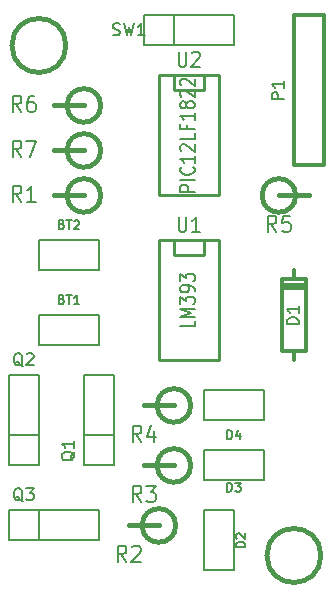
<source format=gto>
G04 (created by PCBNEW (2013-07-07 BZR 4022)-stable) date 5/14/2015 9:49:14 PM*
%MOIN*%
G04 Gerber Fmt 3.4, Leading zero omitted, Abs format*
%FSLAX34Y34*%
G01*
G70*
G90*
G04 APERTURE LIST*
%ADD10C,0.00590551*%
%ADD11C,0.015*%
%ADD12C,0.012*%
%ADD13C,0.006*%
%ADD14C,0.01*%
%ADD15C,0.008*%
G04 APERTURE END LIST*
G54D10*
G54D11*
X72000Y-46500D02*
X71000Y-46500D01*
X72559Y-46500D02*
G75*
G03X72559Y-46500I-559J0D01*
G74*
G01*
X69000Y-38000D02*
X68000Y-38000D01*
X69559Y-38000D02*
G75*
G03X69559Y-38000I-559J0D01*
G74*
G01*
X69000Y-36500D02*
X68000Y-36500D01*
X69559Y-36500D02*
G75*
G03X69559Y-36500I-559J0D01*
G74*
G01*
X75500Y-39500D02*
X76500Y-39500D01*
X76059Y-39500D02*
G75*
G03X76059Y-39500I-559J0D01*
G74*
G01*
X69000Y-39500D02*
X68000Y-39500D01*
X69559Y-39500D02*
G75*
G03X69559Y-39500I-559J0D01*
G74*
G01*
X72000Y-48500D02*
X71000Y-48500D01*
X72559Y-48500D02*
G75*
G03X72559Y-48500I-559J0D01*
G74*
G01*
X71500Y-50500D02*
X70500Y-50500D01*
X72059Y-50500D02*
G75*
G03X72059Y-50500I-559J0D01*
G74*
G01*
G54D12*
X77000Y-33500D02*
X76000Y-33500D01*
X76000Y-38500D02*
X77000Y-38500D01*
X77000Y-33500D02*
X77000Y-38500D01*
X76000Y-38500D02*
X76000Y-33500D01*
G54D13*
X67500Y-48500D02*
X66500Y-48500D01*
X66500Y-48500D02*
X66500Y-45500D01*
X66500Y-45500D02*
X67500Y-45500D01*
X67500Y-45500D02*
X67500Y-48500D01*
X66500Y-47500D02*
X67500Y-47500D01*
X70000Y-48500D02*
X69000Y-48500D01*
X69000Y-48500D02*
X69000Y-45500D01*
X69000Y-45500D02*
X70000Y-45500D01*
X70000Y-45500D02*
X70000Y-48500D01*
X69000Y-47500D02*
X70000Y-47500D01*
X66500Y-51000D02*
X66500Y-50000D01*
X66500Y-50000D02*
X69500Y-50000D01*
X69500Y-50000D02*
X69500Y-51000D01*
X69500Y-51000D02*
X66500Y-51000D01*
X67500Y-50000D02*
X67500Y-51000D01*
X75000Y-46000D02*
X75000Y-47000D01*
X75000Y-47000D02*
X73000Y-47000D01*
X73000Y-47000D02*
X73000Y-46000D01*
X73000Y-46000D02*
X75000Y-46000D01*
X75000Y-48000D02*
X75000Y-49000D01*
X75000Y-49000D02*
X73000Y-49000D01*
X73000Y-49000D02*
X73000Y-48000D01*
X73000Y-48000D02*
X75000Y-48000D01*
X73000Y-50000D02*
X74000Y-50000D01*
X74000Y-50000D02*
X74000Y-52000D01*
X74000Y-52000D02*
X73000Y-52000D01*
X73000Y-52000D02*
X73000Y-50000D01*
X67500Y-42000D02*
X67500Y-41000D01*
X67500Y-41000D02*
X69500Y-41000D01*
X69500Y-41000D02*
X69500Y-42000D01*
X69500Y-42000D02*
X67500Y-42000D01*
X67500Y-44500D02*
X67500Y-43500D01*
X67500Y-43500D02*
X69500Y-43500D01*
X69500Y-43500D02*
X69500Y-44500D01*
X69500Y-44500D02*
X67500Y-44500D01*
G54D14*
X73000Y-41000D02*
X73000Y-41500D01*
X73000Y-41500D02*
X72000Y-41500D01*
X72000Y-41500D02*
X72000Y-41000D01*
X73500Y-41000D02*
X73500Y-45000D01*
X73500Y-45000D02*
X71500Y-45000D01*
X71500Y-45000D02*
X71500Y-41000D01*
X71500Y-41000D02*
X73500Y-41000D01*
X73000Y-35500D02*
X73000Y-36000D01*
X73000Y-36000D02*
X72000Y-36000D01*
X72000Y-36000D02*
X72000Y-35500D01*
X73500Y-35500D02*
X73500Y-39500D01*
X73500Y-39500D02*
X71500Y-39500D01*
X71500Y-39500D02*
X71500Y-35500D01*
X71500Y-35500D02*
X73500Y-35500D01*
G54D12*
X76000Y-42000D02*
X76000Y-42300D01*
X76000Y-42300D02*
X75600Y-42300D01*
X75600Y-42300D02*
X75600Y-44700D01*
X75600Y-44700D02*
X76000Y-44700D01*
X76000Y-44700D02*
X76000Y-45000D01*
X76000Y-44700D02*
X76400Y-44700D01*
X76400Y-44700D02*
X76400Y-42300D01*
X76400Y-42300D02*
X76000Y-42300D01*
X75600Y-42500D02*
X76400Y-42500D01*
X76400Y-42600D02*
X75600Y-42600D01*
G54D11*
X68400Y-34500D02*
G75*
G03X68400Y-34500I-900J0D01*
G74*
G01*
X76900Y-51500D02*
G75*
G03X76900Y-51500I-900J0D01*
G74*
G01*
G54D13*
X71000Y-34500D02*
X71000Y-33500D01*
X71000Y-33500D02*
X74000Y-33500D01*
X74000Y-33500D02*
X74000Y-34500D01*
X74000Y-34500D02*
X71000Y-34500D01*
X72000Y-33500D02*
X72000Y-34500D01*
G54D15*
X70916Y-47722D02*
X70750Y-47460D01*
X70630Y-47722D02*
X70630Y-47172D01*
X70821Y-47172D01*
X70869Y-47198D01*
X70892Y-47225D01*
X70916Y-47277D01*
X70916Y-47355D01*
X70892Y-47408D01*
X70869Y-47434D01*
X70821Y-47460D01*
X70630Y-47460D01*
X71345Y-47355D02*
X71345Y-47722D01*
X71226Y-47146D02*
X71107Y-47539D01*
X71416Y-47539D01*
X66916Y-38222D02*
X66750Y-37960D01*
X66630Y-38222D02*
X66630Y-37672D01*
X66821Y-37672D01*
X66869Y-37698D01*
X66892Y-37725D01*
X66916Y-37777D01*
X66916Y-37855D01*
X66892Y-37908D01*
X66869Y-37934D01*
X66821Y-37960D01*
X66630Y-37960D01*
X67083Y-37672D02*
X67416Y-37672D01*
X67202Y-38222D01*
X66916Y-36722D02*
X66750Y-36460D01*
X66630Y-36722D02*
X66630Y-36172D01*
X66821Y-36172D01*
X66869Y-36198D01*
X66892Y-36225D01*
X66916Y-36277D01*
X66916Y-36355D01*
X66892Y-36408D01*
X66869Y-36434D01*
X66821Y-36460D01*
X66630Y-36460D01*
X67345Y-36172D02*
X67250Y-36172D01*
X67202Y-36198D01*
X67178Y-36225D01*
X67130Y-36303D01*
X67107Y-36408D01*
X67107Y-36617D01*
X67130Y-36670D01*
X67154Y-36696D01*
X67202Y-36722D01*
X67297Y-36722D01*
X67345Y-36696D01*
X67369Y-36670D01*
X67392Y-36617D01*
X67392Y-36486D01*
X67369Y-36434D01*
X67345Y-36408D01*
X67297Y-36382D01*
X67202Y-36382D01*
X67154Y-36408D01*
X67130Y-36434D01*
X67107Y-36486D01*
X75416Y-40722D02*
X75250Y-40460D01*
X75130Y-40722D02*
X75130Y-40172D01*
X75321Y-40172D01*
X75369Y-40198D01*
X75392Y-40225D01*
X75416Y-40277D01*
X75416Y-40355D01*
X75392Y-40408D01*
X75369Y-40434D01*
X75321Y-40460D01*
X75130Y-40460D01*
X75869Y-40172D02*
X75630Y-40172D01*
X75607Y-40434D01*
X75630Y-40408D01*
X75678Y-40382D01*
X75797Y-40382D01*
X75845Y-40408D01*
X75869Y-40434D01*
X75892Y-40486D01*
X75892Y-40617D01*
X75869Y-40670D01*
X75845Y-40696D01*
X75797Y-40722D01*
X75678Y-40722D01*
X75630Y-40696D01*
X75607Y-40670D01*
X66916Y-39722D02*
X66750Y-39460D01*
X66630Y-39722D02*
X66630Y-39172D01*
X66821Y-39172D01*
X66869Y-39198D01*
X66892Y-39225D01*
X66916Y-39277D01*
X66916Y-39355D01*
X66892Y-39408D01*
X66869Y-39434D01*
X66821Y-39460D01*
X66630Y-39460D01*
X67392Y-39722D02*
X67107Y-39722D01*
X67250Y-39722D02*
X67250Y-39172D01*
X67202Y-39251D01*
X67154Y-39303D01*
X67107Y-39329D01*
X70916Y-49722D02*
X70750Y-49460D01*
X70630Y-49722D02*
X70630Y-49172D01*
X70821Y-49172D01*
X70869Y-49198D01*
X70892Y-49225D01*
X70916Y-49277D01*
X70916Y-49355D01*
X70892Y-49408D01*
X70869Y-49434D01*
X70821Y-49460D01*
X70630Y-49460D01*
X71083Y-49172D02*
X71392Y-49172D01*
X71226Y-49382D01*
X71297Y-49382D01*
X71345Y-49408D01*
X71369Y-49434D01*
X71392Y-49486D01*
X71392Y-49617D01*
X71369Y-49670D01*
X71345Y-49696D01*
X71297Y-49722D01*
X71154Y-49722D01*
X71107Y-49696D01*
X71083Y-49670D01*
X70416Y-51722D02*
X70250Y-51460D01*
X70130Y-51722D02*
X70130Y-51172D01*
X70321Y-51172D01*
X70369Y-51198D01*
X70392Y-51225D01*
X70416Y-51277D01*
X70416Y-51355D01*
X70392Y-51408D01*
X70369Y-51434D01*
X70321Y-51460D01*
X70130Y-51460D01*
X70607Y-51225D02*
X70630Y-51198D01*
X70678Y-51172D01*
X70797Y-51172D01*
X70845Y-51198D01*
X70869Y-51225D01*
X70892Y-51277D01*
X70892Y-51329D01*
X70869Y-51408D01*
X70583Y-51722D01*
X70892Y-51722D01*
X75661Y-36295D02*
X75261Y-36295D01*
X75261Y-36142D01*
X75280Y-36104D01*
X75300Y-36085D01*
X75338Y-36066D01*
X75395Y-36066D01*
X75433Y-36085D01*
X75452Y-36104D01*
X75471Y-36142D01*
X75471Y-36295D01*
X75661Y-35685D02*
X75661Y-35914D01*
X75661Y-35799D02*
X75261Y-35799D01*
X75319Y-35838D01*
X75357Y-35876D01*
X75376Y-35914D01*
G54D13*
X66961Y-45200D02*
X66923Y-45180D01*
X66885Y-45142D01*
X66828Y-45085D01*
X66790Y-45066D01*
X66752Y-45066D01*
X66771Y-45161D02*
X66733Y-45142D01*
X66695Y-45104D01*
X66676Y-45028D01*
X66676Y-44895D01*
X66695Y-44819D01*
X66733Y-44780D01*
X66771Y-44761D01*
X66847Y-44761D01*
X66885Y-44780D01*
X66923Y-44819D01*
X66942Y-44895D01*
X66942Y-45028D01*
X66923Y-45104D01*
X66885Y-45142D01*
X66847Y-45161D01*
X66771Y-45161D01*
X67095Y-44800D02*
X67114Y-44780D01*
X67152Y-44761D01*
X67247Y-44761D01*
X67285Y-44780D01*
X67304Y-44800D01*
X67323Y-44838D01*
X67323Y-44876D01*
X67304Y-44933D01*
X67076Y-45161D01*
X67323Y-45161D01*
X68700Y-48038D02*
X68680Y-48076D01*
X68642Y-48114D01*
X68585Y-48171D01*
X68566Y-48209D01*
X68566Y-48247D01*
X68661Y-48228D02*
X68642Y-48266D01*
X68604Y-48304D01*
X68528Y-48323D01*
X68395Y-48323D01*
X68319Y-48304D01*
X68280Y-48266D01*
X68261Y-48228D01*
X68261Y-48152D01*
X68280Y-48114D01*
X68319Y-48076D01*
X68395Y-48057D01*
X68528Y-48057D01*
X68604Y-48076D01*
X68642Y-48114D01*
X68661Y-48152D01*
X68661Y-48228D01*
X68661Y-47676D02*
X68661Y-47904D01*
X68661Y-47790D02*
X68261Y-47790D01*
X68319Y-47828D01*
X68357Y-47866D01*
X68376Y-47904D01*
X66961Y-49700D02*
X66923Y-49680D01*
X66885Y-49642D01*
X66828Y-49585D01*
X66790Y-49566D01*
X66752Y-49566D01*
X66771Y-49661D02*
X66733Y-49642D01*
X66695Y-49604D01*
X66676Y-49528D01*
X66676Y-49395D01*
X66695Y-49319D01*
X66733Y-49280D01*
X66771Y-49261D01*
X66847Y-49261D01*
X66885Y-49280D01*
X66923Y-49319D01*
X66942Y-49395D01*
X66942Y-49528D01*
X66923Y-49604D01*
X66885Y-49642D01*
X66847Y-49661D01*
X66771Y-49661D01*
X67076Y-49261D02*
X67323Y-49261D01*
X67190Y-49414D01*
X67247Y-49414D01*
X67285Y-49433D01*
X67304Y-49452D01*
X67323Y-49490D01*
X67323Y-49585D01*
X67304Y-49623D01*
X67285Y-49642D01*
X67247Y-49661D01*
X67133Y-49661D01*
X67095Y-49642D01*
X67076Y-49623D01*
X73778Y-47621D02*
X73778Y-47321D01*
X73850Y-47321D01*
X73892Y-47335D01*
X73921Y-47364D01*
X73935Y-47392D01*
X73950Y-47450D01*
X73950Y-47492D01*
X73935Y-47550D01*
X73921Y-47578D01*
X73892Y-47607D01*
X73850Y-47621D01*
X73778Y-47621D01*
X74207Y-47421D02*
X74207Y-47621D01*
X74135Y-47307D02*
X74064Y-47521D01*
X74250Y-47521D01*
X73778Y-49371D02*
X73778Y-49071D01*
X73850Y-49071D01*
X73892Y-49085D01*
X73921Y-49114D01*
X73935Y-49142D01*
X73950Y-49200D01*
X73950Y-49242D01*
X73935Y-49300D01*
X73921Y-49328D01*
X73892Y-49357D01*
X73850Y-49371D01*
X73778Y-49371D01*
X74050Y-49071D02*
X74235Y-49071D01*
X74135Y-49185D01*
X74178Y-49185D01*
X74207Y-49200D01*
X74221Y-49214D01*
X74235Y-49242D01*
X74235Y-49314D01*
X74221Y-49342D01*
X74207Y-49357D01*
X74178Y-49371D01*
X74092Y-49371D01*
X74064Y-49357D01*
X74050Y-49342D01*
X74371Y-51221D02*
X74071Y-51221D01*
X74071Y-51150D01*
X74085Y-51107D01*
X74114Y-51078D01*
X74142Y-51064D01*
X74200Y-51050D01*
X74242Y-51050D01*
X74300Y-51064D01*
X74328Y-51078D01*
X74357Y-51107D01*
X74371Y-51150D01*
X74371Y-51221D01*
X74100Y-50935D02*
X74085Y-50921D01*
X74071Y-50892D01*
X74071Y-50821D01*
X74085Y-50792D01*
X74100Y-50778D01*
X74128Y-50764D01*
X74157Y-50764D01*
X74200Y-50778D01*
X74371Y-50950D01*
X74371Y-50764D01*
X68264Y-40464D02*
X68307Y-40478D01*
X68321Y-40492D01*
X68335Y-40521D01*
X68335Y-40564D01*
X68321Y-40592D01*
X68307Y-40607D01*
X68278Y-40621D01*
X68164Y-40621D01*
X68164Y-40321D01*
X68264Y-40321D01*
X68292Y-40335D01*
X68307Y-40350D01*
X68321Y-40378D01*
X68321Y-40407D01*
X68307Y-40435D01*
X68292Y-40450D01*
X68264Y-40464D01*
X68164Y-40464D01*
X68421Y-40321D02*
X68592Y-40321D01*
X68507Y-40621D02*
X68507Y-40321D01*
X68678Y-40350D02*
X68692Y-40335D01*
X68721Y-40321D01*
X68792Y-40321D01*
X68821Y-40335D01*
X68835Y-40350D01*
X68850Y-40378D01*
X68850Y-40407D01*
X68835Y-40450D01*
X68664Y-40621D01*
X68850Y-40621D01*
X68264Y-42964D02*
X68307Y-42978D01*
X68321Y-42992D01*
X68335Y-43021D01*
X68335Y-43064D01*
X68321Y-43092D01*
X68307Y-43107D01*
X68278Y-43121D01*
X68164Y-43121D01*
X68164Y-42821D01*
X68264Y-42821D01*
X68292Y-42835D01*
X68307Y-42850D01*
X68321Y-42878D01*
X68321Y-42907D01*
X68307Y-42935D01*
X68292Y-42950D01*
X68264Y-42964D01*
X68164Y-42964D01*
X68421Y-42821D02*
X68592Y-42821D01*
X68507Y-43121D02*
X68507Y-42821D01*
X68850Y-43121D02*
X68678Y-43121D01*
X68764Y-43121D02*
X68764Y-42821D01*
X68735Y-42864D01*
X68707Y-42892D01*
X68678Y-42907D01*
G54D15*
X72157Y-40202D02*
X72157Y-40607D01*
X72178Y-40654D01*
X72200Y-40678D01*
X72242Y-40702D01*
X72328Y-40702D01*
X72371Y-40678D01*
X72392Y-40654D01*
X72414Y-40607D01*
X72414Y-40202D01*
X72864Y-40702D02*
X72607Y-40702D01*
X72735Y-40702D02*
X72735Y-40202D01*
X72692Y-40273D01*
X72650Y-40321D01*
X72607Y-40345D01*
X72702Y-43676D02*
X72702Y-43866D01*
X72202Y-43866D01*
X72702Y-43542D02*
X72202Y-43542D01*
X72559Y-43409D01*
X72202Y-43276D01*
X72702Y-43276D01*
X72202Y-43123D02*
X72202Y-42876D01*
X72392Y-43009D01*
X72392Y-42952D01*
X72416Y-42914D01*
X72440Y-42895D01*
X72488Y-42876D01*
X72607Y-42876D01*
X72654Y-42895D01*
X72678Y-42914D01*
X72702Y-42952D01*
X72702Y-43066D01*
X72678Y-43104D01*
X72654Y-43123D01*
X72702Y-42685D02*
X72702Y-42609D01*
X72678Y-42571D01*
X72654Y-42552D01*
X72583Y-42514D01*
X72488Y-42495D01*
X72297Y-42495D01*
X72250Y-42514D01*
X72226Y-42533D01*
X72202Y-42571D01*
X72202Y-42647D01*
X72226Y-42685D01*
X72250Y-42704D01*
X72297Y-42723D01*
X72416Y-42723D01*
X72464Y-42704D01*
X72488Y-42685D01*
X72511Y-42647D01*
X72511Y-42571D01*
X72488Y-42533D01*
X72464Y-42514D01*
X72416Y-42495D01*
X72202Y-42361D02*
X72202Y-42114D01*
X72392Y-42247D01*
X72392Y-42190D01*
X72416Y-42152D01*
X72440Y-42133D01*
X72488Y-42114D01*
X72607Y-42114D01*
X72654Y-42133D01*
X72678Y-42152D01*
X72702Y-42190D01*
X72702Y-42304D01*
X72678Y-42342D01*
X72654Y-42361D01*
X72157Y-34702D02*
X72157Y-35107D01*
X72178Y-35154D01*
X72200Y-35178D01*
X72242Y-35202D01*
X72328Y-35202D01*
X72371Y-35178D01*
X72392Y-35154D01*
X72414Y-35107D01*
X72414Y-34702D01*
X72607Y-34750D02*
X72628Y-34726D01*
X72671Y-34702D01*
X72778Y-34702D01*
X72821Y-34726D01*
X72842Y-34750D01*
X72864Y-34797D01*
X72864Y-34845D01*
X72842Y-34916D01*
X72585Y-35202D01*
X72864Y-35202D01*
X72702Y-39376D02*
X72202Y-39376D01*
X72202Y-39223D01*
X72226Y-39185D01*
X72250Y-39166D01*
X72297Y-39147D01*
X72369Y-39147D01*
X72416Y-39166D01*
X72440Y-39185D01*
X72464Y-39223D01*
X72464Y-39376D01*
X72702Y-38976D02*
X72202Y-38976D01*
X72654Y-38557D02*
X72678Y-38576D01*
X72702Y-38633D01*
X72702Y-38671D01*
X72678Y-38728D01*
X72630Y-38766D01*
X72583Y-38785D01*
X72488Y-38804D01*
X72416Y-38804D01*
X72321Y-38785D01*
X72273Y-38766D01*
X72226Y-38728D01*
X72202Y-38671D01*
X72202Y-38633D01*
X72226Y-38576D01*
X72250Y-38557D01*
X72702Y-38176D02*
X72702Y-38404D01*
X72702Y-38290D02*
X72202Y-38290D01*
X72273Y-38328D01*
X72321Y-38366D01*
X72345Y-38404D01*
X72250Y-38023D02*
X72226Y-38004D01*
X72202Y-37966D01*
X72202Y-37871D01*
X72226Y-37833D01*
X72250Y-37814D01*
X72297Y-37795D01*
X72345Y-37795D01*
X72416Y-37814D01*
X72702Y-38042D01*
X72702Y-37795D01*
X72702Y-37433D02*
X72702Y-37623D01*
X72202Y-37623D01*
X72440Y-37166D02*
X72440Y-37299D01*
X72702Y-37299D02*
X72202Y-37299D01*
X72202Y-37109D01*
X72702Y-36747D02*
X72702Y-36976D01*
X72702Y-36861D02*
X72202Y-36861D01*
X72273Y-36899D01*
X72321Y-36938D01*
X72345Y-36976D01*
X72416Y-36519D02*
X72392Y-36557D01*
X72369Y-36576D01*
X72321Y-36595D01*
X72297Y-36595D01*
X72250Y-36576D01*
X72226Y-36557D01*
X72202Y-36519D01*
X72202Y-36442D01*
X72226Y-36404D01*
X72250Y-36385D01*
X72297Y-36366D01*
X72321Y-36366D01*
X72369Y-36385D01*
X72392Y-36404D01*
X72416Y-36442D01*
X72416Y-36519D01*
X72440Y-36557D01*
X72464Y-36576D01*
X72511Y-36595D01*
X72607Y-36595D01*
X72654Y-36576D01*
X72678Y-36557D01*
X72702Y-36519D01*
X72702Y-36442D01*
X72678Y-36404D01*
X72654Y-36385D01*
X72607Y-36366D01*
X72511Y-36366D01*
X72464Y-36385D01*
X72440Y-36404D01*
X72416Y-36442D01*
X72250Y-36214D02*
X72226Y-36195D01*
X72202Y-36157D01*
X72202Y-36061D01*
X72226Y-36023D01*
X72250Y-36004D01*
X72297Y-35985D01*
X72345Y-35985D01*
X72416Y-36004D01*
X72702Y-36233D01*
X72702Y-35985D01*
X72250Y-35833D02*
X72226Y-35814D01*
X72202Y-35776D01*
X72202Y-35680D01*
X72226Y-35642D01*
X72250Y-35623D01*
X72297Y-35604D01*
X72345Y-35604D01*
X72416Y-35623D01*
X72702Y-35852D01*
X72702Y-35604D01*
X76161Y-43795D02*
X75761Y-43795D01*
X75761Y-43699D01*
X75780Y-43642D01*
X75819Y-43604D01*
X75857Y-43585D01*
X75933Y-43566D01*
X75990Y-43566D01*
X76066Y-43585D01*
X76104Y-43604D01*
X76142Y-43642D01*
X76161Y-43699D01*
X76161Y-43795D01*
X76161Y-43185D02*
X76161Y-43414D01*
X76161Y-43299D02*
X75761Y-43299D01*
X75819Y-43338D01*
X75857Y-43376D01*
X75876Y-43414D01*
G54D14*
G54D13*
X69966Y-34142D02*
X70023Y-34161D01*
X70119Y-34161D01*
X70157Y-34142D01*
X70176Y-34123D01*
X70195Y-34085D01*
X70195Y-34047D01*
X70176Y-34009D01*
X70157Y-33990D01*
X70119Y-33971D01*
X70042Y-33952D01*
X70004Y-33933D01*
X69985Y-33914D01*
X69966Y-33876D01*
X69966Y-33838D01*
X69985Y-33800D01*
X70004Y-33780D01*
X70042Y-33761D01*
X70138Y-33761D01*
X70195Y-33780D01*
X70328Y-33761D02*
X70423Y-34161D01*
X70500Y-33876D01*
X70576Y-34161D01*
X70671Y-33761D01*
X71033Y-34161D02*
X70804Y-34161D01*
X70919Y-34161D02*
X70919Y-33761D01*
X70880Y-33819D01*
X70842Y-33857D01*
X70804Y-33876D01*
M02*

</source>
